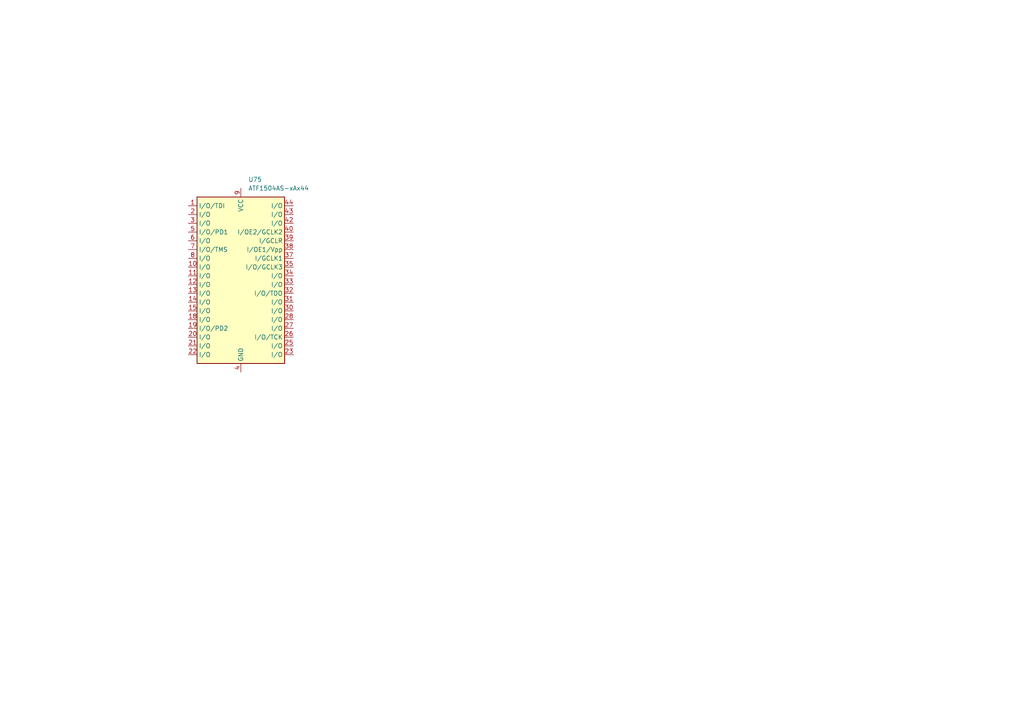
<source format=kicad_sch>
(kicad_sch (version 20250114) (generator "eeschema") (generator_version "9.0")
  (paper "A4")
  (lib_symbols
    (symbol "CPLD_Microchip:ATF1504AS-xAx44"
      (property "Reference" "U" (at -12.7 24.13 0))
      (property "Value" "ATF1504AS-xAx44" (at 12.7 24.13 0))
      (symbol "ATF1504AS-xAx44_0_1"
        (rectangle (start -12.7 22.86) (end 12.7 -25.4) (stroke (width 0.254)) (fill (type background)))
      )
      (symbol "ATF1504AS-xAx44_1_1"
        (pin bidirectional line (at -15.24 20.32 0) (length 2.54) (name "I/O/TDI") (number "1"))
        (pin bidirectional line (at -15.24 17.78 0) (length 2.54) (name "I/O") (number "2"))
        (pin bidirectional line (at -15.24 15.24 0) (length 2.54) (name "I/O") (number "3"))
        (pin bidirectional line (at -15.24 12.7 0) (length 2.54) (name "I/O/PD1") (number "5"))
        (pin bidirectional line (at -15.24 10.16 0) (length 2.54) (name "I/O") (number "6"))
        (pin bidirectional line (at -15.24 7.62 0) (length 2.54) (name "I/O/TMS") (number "7"))
        (pin bidirectional line (at -15.24 5.08 0) (length 2.54) (name "I/O") (number "8"))
        (pin bidirectional line (at -15.24 2.54 0) (length 2.54) (name "I/O") (number "10"))
        (pin bidirectional line (at -15.24 0 0) (length 2.54) (name "I/O") (number "11"))
        (pin bidirectional line (at -15.24 -2.54 0) (length 2.54) (name "I/O") (number "12"))
        (pin bidirectional line (at -15.24 -5.08 0) (length 2.54) (name "I/O") (number "13"))
        (pin bidirectional line (at -15.24 -7.62 0) (length 2.54) (name "I/O") (number "14"))
        (pin bidirectional line (at -15.24 -10.16 0) (length 2.54) (name "I/O") (number "15"))
        (pin bidirectional line (at -15.24 -12.7 0) (length 2.54) (name "I/O") (number "18"))
        (pin bidirectional line (at -15.24 -15.24 0) (length 2.54) (name "I/O/PD2") (number "19"))
        (pin bidirectional line (at -15.24 -17.78 0) (length 2.54) (name "I/O") (number "20"))
        (pin bidirectional line (at -15.24 -20.32 0) (length 2.54) (name "I/O") (number "21"))
        (pin bidirectional line (at -15.24 -22.86 0) (length 2.54) (name "I/O") (number "22"))
        (pin passive line (at 0 25.4 270) (length 2.54) (hide yes) (name "VCC") (number "17"))
        (pin passive line (at 0 25.4 270) (length 2.54) (hide yes) (name "VCC") (number "29"))
        (pin passive line (at 0 25.4 270) (length 2.54) (hide yes) (name "VCC") (number "41"))
        (pin power_in line (at 0 25.4 270) (length 2.54) (name "VCC") (number "9"))
        (pin passive line (at 0 -27.94 90) (length 2.54) (hide yes) (name "GND") (number "16"))
        (pin passive line (at 0 -27.94 90) (length 2.54) (hide yes) (name "GND") (number "24"))
        (pin passive line (at 0 -27.94 90) (length 2.54) (hide yes) (name "GND") (number "36"))
        (pin power_in line (at 0 -27.94 90) (length 2.54) (name "GND") (number "4"))
        (pin bidirectional line (at 15.24 20.32 180) (length 2.54) (name "I/O") (number "44"))
        (pin bidirectional line (at 15.24 17.78 180) (length 2.54) (name "I/O") (number "43"))
        (pin bidirectional line (at 15.24 15.24 180) (length 2.54) (name "I/O") (number "42"))
        (pin input line (at 15.24 12.7 180) (length 2.54) (name "I/OE2/GCLK2") (number "40"))
        (pin input line (at 15.24 10.16 180) (length 2.54) (name "I/GCLR") (number "39"))
        (pin input line (at 15.24 7.62 180) (length 2.54) (name "I/OE1/Vpp") (number "38"))
        (pin input line (at 15.24 5.08 180) (length 2.54) (name "I/GCLK1") (number "37"))
        (pin bidirectional line (at 15.24 2.54 180) (length 2.54) (name "I/O/GCLK3") (number "35"))
        (pin bidirectional line (at 15.24 0 180) (length 2.54) (name "I/O") (number "34"))
        (pin bidirectional line (at 15.24 -2.54 180) (length 2.54) (name "I/O") (number "33"))
        (pin bidirectional line (at 15.24 -5.08 180) (length 2.54) (name "I/O/TDO") (number "32"))
        (pin bidirectional line (at 15.24 -7.62 180) (length 2.54) (name "I/O") (number "31"))
        (pin bidirectional line (at 15.24 -10.16 180) (length 2.54) (name "I/O") (number "30"))
        (pin bidirectional line (at 15.24 -12.7 180) (length 2.54) (name "I/O") (number "28"))
        (pin bidirectional line (at 15.24 -15.24 180) (length 2.54) (name "I/O") (number "27"))
        (pin bidirectional line (at 15.24 -17.78 180) (length 2.54) (name "I/O/TCK") (number "26"))
        (pin bidirectional line (at 15.24 -20.32 180) (length 2.54) (name "I/O") (number "25"))
        (pin bidirectional line (at 15.24 -22.86 180) (length 2.54) (name "I/O") (number "23"))
      )
    )
  )
  (symbol (lib_id "CPLD_Microchip:ATF1504AS-xAx44") (at 69.85 80.01 0) (unit 1)
    (property "Reference" "U75" (at 71.9933 52.07 0) (effects (justify left)))
    (property "Value" "ATF1504AS-xAx44" (at 71.9933 54.61 0) (effects (justify left)))
    (property "Footprint" "Package_QFP:TQFP-44_10x10mm_P0.8mm" (effects (hide yes)))
    (property "Datasheet" "http://ww1.microchip.com/downloads/en/DeviceDoc/Atmel-0950-CPLD-ATF1504AS(L)-Datasheet.pdf" (effects (hide yes)))
    (property "Description" "Microchip CPLD, 64 Macrocell, 5 V, TQFP-44" (effects (hide yes)))
  )
)
</source>
